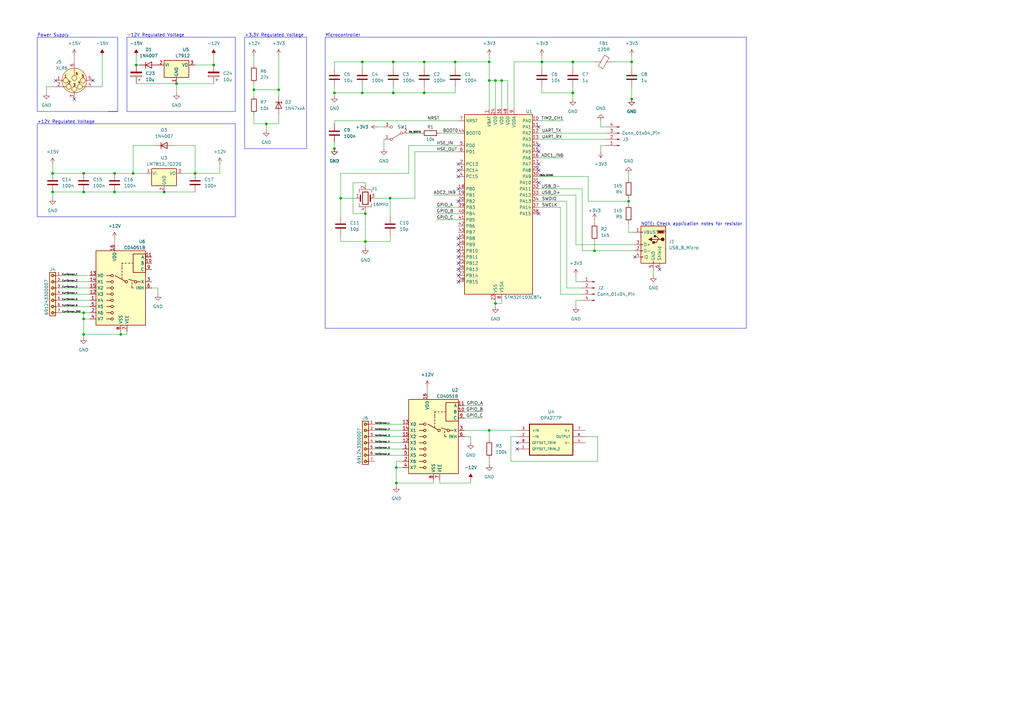
<source format=kicad_sch>
(kicad_sch (version 20230121) (generator eeschema)
  (paper "A3")
  (title_block (title "Senior Design") (date "2023-09-18") (company "Michael Mederos and Julio Barreto Tannoux"))
  (lib_symbols
    (symbol "691243300007:691243300007" (pin_names (offset 1.016))
      (property "Reference" "J" (at -9.96 -0.922 0))
      (property "Value" "691243300007" (at -9.91 -2.58 0))
      (symbol "691243300007_0_0"
        (pin passive line (at -7.62 -5.08 90) (length 2.54) (name "~") (number "1"))
        (pin passive line (at -5.08 -5.08 90) (length 2.54) (name "~") (number "2"))
        (pin passive line (at -2.54 -5.08 90) (length 2.54) (name "~") (number "3"))
        (pin passive line (at 0 -5.08 90) (length 2.54) (name "~") (number "4"))
        (pin passive line (at 2.54 -5.08 90) (length 2.54) (name "~") (number "5"))
        (pin passive line (at 5.08 -5.08 90) (length 2.54) (name "~") (number "6"))
        (pin passive line (at 7.62 -5.08 90) (length 2.54) (name "~") (number "7"))
      )
    )
    (symbol "Analog_Switch:CD4051B"
      (property "Reference" "U" (at -10.16 16.51 0))
      (property "Value" "CD4051B" (at 3.81 16.51 0))
      (symbol "CD4051B_1_1"
        (pin bidirectional line (at 12.7 -5.08 180) (length 2.54) (name "X4") (number "1"))
        (pin input line (at -12.7 10.16 0) (length 2.54) (name "B") (number "10"))
        (pin input line (at -12.7 12.7 0) (length 2.54) (name "A") (number "11"))
        (pin bidirectional line (at 12.7 -2.54 180) (length 2.54) (name "X3") (number "12"))
        (pin bidirectional line (at 12.7 5.08 180) (length 2.54) (name "X0") (number "13"))
        (pin bidirectional line (at 12.7 2.54 180) (length 2.54) (name "X1") (number "14"))
        (pin bidirectional line (at 12.7 0 180) (length 2.54) (name "X2") (number "15"))
        (pin power_in line (at 2.54 17.78 270) (length 2.54) (name "VDD") (number "16"))
        (pin bidirectional line (at 12.7 -10.16 180) (length 2.54) (name "X6") (number "2"))
        (pin bidirectional line (at -12.7 2.54 0) (length 2.54) (name "X") (number "3"))
        (pin bidirectional line (at 12.7 -12.7 180) (length 2.54) (name "X7") (number "4"))
        (pin bidirectional line (at 12.7 -7.62 180) (length 2.54) (name "X5") (number "5"))
        (pin input line (at -12.7 0 0) (length 2.54) (name "INH") (number "6"))
        (pin power_in line (at -2.54 -17.78 90) (length 2.54) (name "VEE") (number "7"))
        (pin power_in line (at 0 -17.78 90) (length 2.54) (name "VSS") (number "8"))
        (pin input line (at -12.7 7.62 0) (length 2.54) (name "C") (number "9"))
      )
    )
    (symbol "Connector:Conn_01x04_Pin" (pin_names (offset 1.016) hide)
      (property "Reference" "J" (at 0 5.08 0))
      (property "Value" "Conn_01x04_Pin" (at 0 -7.62 0))
      (symbol "Conn_01x04_Pin_1_1"
        (pin passive line (at 5.08 2.54 180) (length 3.81) (name "Pin_1") (number "1"))
        (pin passive line (at 5.08 0 180) (length 3.81) (name "Pin_2") (number "2"))
        (pin passive line (at 5.08 -2.54 180) (length 3.81) (name "Pin_3") (number "3"))
        (pin passive line (at 5.08 -5.08 180) (length 3.81) (name "Pin_4") (number "4"))
      )
    )
    (symbol "Connector:USB_B_Micro" (pin_names (offset 1.016))
      (property "Reference" "J" (at -5.08 11.43 0))
      (property "Value" "USB_B_Micro" (at -5.08 8.89 0))
      (symbol "USB_B_Micro_1_1"
        (pin power_out line (at 7.62 5.08 180) (length 2.54) (name "VBUS") (number "1"))
        (pin bidirectional line (at 7.62 -2.54 180) (length 2.54) (name "D-") (number "2"))
        (pin bidirectional line (at 7.62 0 180) (length 2.54) (name "D+") (number "3"))
        (pin passive line (at 7.62 -5.08 180) (length 2.54) (name "ID") (number "4"))
        (pin power_out line (at 0 -10.16 90) (length 2.54) (name "GND") (number "5"))
        (pin passive line (at -2.54 -10.16 90) (length 2.54) (name "Shield") (number "6"))
      )
    )
    (symbol "Connector_Audio:XLR6" (pin_names hide)
      (property "Reference" "J" (at 2.54 6.35 0))
      (property "Value" "XLR6" (at 5.08 -6.096 0))
      (symbol "XLR6_0_1"
        (text "1" (at -3.556 1.778 0) (effects (font (size 1.016 1.016) bold)))
        (text "2" (at -2.032 -0.762 0) (effects (font (size 1.016 1.016) bold)))
        (text "3" (at 0 -1.778 0) (effects (font (size 1.016 1.016) bold)))
        (text "4" (at 2.032 -0.762 0) (effects (font (size 1.016 1.016) bold)))
        (text "5" (at 3.556 1.778 0) (effects (font (size 1.016 1.016) bold)))
        (text "6" (at 1.016 2.794 0) (effects (font (size 1.016 1.016) bold)))
      )
      (symbol "XLR6_1_1"
        (pin passive line (at -7.62 0 0) (length 2.54) (name "P1") (number "1"))
        (pin passive line (at -7.62 -2.54 0) (length 2.54) (name "P2") (number "2"))
        (pin passive line (at 0 -7.62 90) (length 2.54) (name "P3") (number "3"))
        (pin passive line (at 7.62 -2.54 180) (length 2.54) (name "P3") (number "4"))
        (pin passive line (at 7.62 0 180) (length 2.54) (name "P5") (number "5"))
        (pin passive line (at 0 7.62 270) (length 2.54) (name "P6") (number "6"))
      )
    )
    (symbol "Device:C" (pin_numbers hide) (pin_names (offset 0.254))
      (property "Reference" "C" (at 0.635 2.54 0))
      (property "Value" "C" (at 0.635 -2.54 0))
      (symbol "C_1_1"
        (pin passive line (at 0 3.81 270) (length 2.794) (name "~") (number "1"))
        (pin passive line (at 0 -3.81 90) (length 2.794) (name "~") (number "2"))
      )
    )
    (symbol "Device:C_Polarized" (pin_numbers hide) (pin_names (offset 0.254))
      (property "Reference" "C" (at 0.635 2.54 0))
      (property "Value" "C_Polarized" (at 0.635 -2.54 0))
      (symbol "C_Polarized_1_1"
        (pin passive line (at 0 3.81 270) (length 2.794) (name "~") (number "1"))
        (pin passive line (at 0 -3.81 90) (length 2.794) (name "~") (number "2"))
      )
    )
    (symbol "Device:Crystal_GND24" (pin_names (offset 1.016) hide)
      (property "Reference" "Y" (at 3.175 5.08 0))
      (property "Value" "Crystal_GND24" (at 3.175 3.175 0))
      (symbol "Crystal_GND24_1_1"
        (pin passive line (at -3.81 0 0) (length 1.27) (name "1") (number "1"))
        (pin passive line (at 0 5.08 270) (length 1.27) (name "2") (number "2"))
        (pin passive line (at 3.81 0 180) (length 1.27) (name "3") (number "3"))
        (pin passive line (at 0 -5.08 90) (length 1.27) (name "4") (number "4"))
      )
    )
    (symbol "Device:FerriteBead" (pin_numbers hide) (pin_names (offset 0))
      (property "Reference" "FB" (at -3.81 0.635 90))
      (property "Value" "FerriteBead" (at 3.81 0 90))
      (symbol "FerriteBead_1_1"
        (pin passive line (at 0 3.81 270) (length 2.54) (name "~") (number "1"))
        (pin passive line (at 0 -3.81 90) (length 2.54) (name "~") (number "2"))
      )
    )
    (symbol "Device:R" (pin_numbers hide) (pin_names (offset 0))
      (property "Reference" "R" (at 2.032 0 90))
      (property "Value" "R" (at 0 0 90))
      (symbol "R_1_1"
        (pin passive line (at 0 3.81 270) (length 1.27) (name "~") (number "1"))
        (pin passive line (at 0 -3.81 90) (length 1.27) (name "~") (number "2"))
      )
    )
    (symbol "Diode:1N4007" (pin_numbers hide) (pin_names hide)
      (property "Reference" "D" (at 0 2.54 0))
      (property "Value" "1N4007" (at 0 -2.54 0))
      (symbol "1N4007_1_1"
        (pin passive line (at -3.81 0 0) (length 2.54) (name "K") (number "1"))
        (pin passive line (at 3.81 0 180) (length 2.54) (name "A") (number "2"))
      )
    )
    (symbol "Diode:1N47xxA" (pin_numbers hide) (pin_names hide)
      (property "Reference" "D" (at 0 2.54 0))
      (property "Value" "1N47xxA" (at 0 -2.54 0))
      (symbol "1N47xxA_1_1"
        (pin passive line (at -3.81 0 0) (length 2.54) (name "K") (number "1"))
        (pin passive line (at 3.81 0 180) (length 2.54) (name "A") (number "2"))
      )
    )
    (symbol "MCU_ST_STM32F1:STM32F103C8Tx"
      (property "Reference" "U" (at -12.7 39.37 0))
      (property "Value" "STM32F103C8Tx" (at 10.16 39.37 0))
      (symbol "STM32F103C8Tx_1_1"
        (pin power_in line (at -2.54 40.64 270) (length 2.54) (name "VBAT") (number "1"))
        (pin bidirectional line (at 17.78 35.56 180) (length 2.54) (name "PA0") (number "10"))
        (pin bidirectional line (at 17.78 33.02 180) (length 2.54) (name "PA1") (number "11"))
        (pin bidirectional line (at 17.78 30.48 180) (length 2.54) (name "PA2") (number "12"))
        (pin bidirectional line (at 17.78 27.94 180) (length 2.54) (name "PA3") (number "13"))
        (pin bidirectional line (at 17.78 25.4 180) (length 2.54) (name "PA4") (number "14"))
        (pin bidirectional line (at 17.78 22.86 180) (length 2.54) (name "PA5") (number "15"))
        (pin bidirectional line (at 17.78 20.32 180) (length 2.54) (name "PA6") (number "16"))
        (pin bidirectional line (at 17.78 17.78 180) (length 2.54) (name "PA7") (number "17"))
        (pin bidirectional line (at -15.24 7.62 0) (length 2.54) (name "PB0") (number "18"))
        (pin bidirectional line (at -15.24 5.08 0) (length 2.54) (name "PB1") (number "19"))
        (pin bidirectional line (at -15.24 17.78 0) (length 2.54) (name "PC13") (number "2"))
        (pin bidirectional line (at -15.24 2.54 0) (length 2.54) (name "PB2") (number "20"))
        (pin bidirectional line (at -15.24 -17.78 0) (length 2.54) (name "PB10") (number "21"))
        (pin bidirectional line (at -15.24 -20.32 0) (length 2.54) (name "PB11") (number "22"))
        (pin power_in line (at 0 -38.1 90) (length 2.54) (name "VSS") (number "23"))
        (pin power_in line (at 0 40.64 270) (length 2.54) (name "VDD") (number "24"))
        (pin bidirectional line (at -15.24 -22.86 0) (length 2.54) (name "PB12") (number "25"))
        (pin bidirectional line (at -15.24 -25.4 0) (length 2.54) (name "PB13") (number "26"))
        (pin bidirectional line (at -15.24 -27.94 0) (length 2.54) (name "PB14") (number "27"))
        (pin bidirectional line (at -15.24 -30.48 0) (length 2.54) (name "PB15") (number "28"))
        (pin bidirectional line (at 17.78 15.24 180) (length 2.54) (name "PA8") (number "29"))
        (pin bidirectional line (at -15.24 15.24 0) (length 2.54) (name "PC14") (number "3"))
        (pin bidirectional line (at 17.78 12.7 180) (length 2.54) (name "PA9") (number "30"))
        (pin bidirectional line (at 17.78 10.16 180) (length 2.54) (name "PA10") (number "31"))
        (pin bidirectional line (at 17.78 7.62 180) (length 2.54) (name "PA11") (number "32"))
        (pin bidirectional line (at 17.78 5.08 180) (length 2.54) (name "PA12") (number "33"))
        (pin bidirectional line (at 17.78 2.54 180) (length 2.54) (name "PA13") (number "34"))
        (pin passive line (at 0 -38.1 90) (length 2.54) hide (name "VSS") (number "35"))
        (pin power_in line (at 2.54 40.64 270) (length 2.54) (name "VDD") (number "36"))
        (pin bidirectional line (at 17.78 0 180) (length 2.54) (name "PA14") (number "37"))
        (pin bidirectional line (at 17.78 -2.54 180) (length 2.54) (name "PA15") (number "38"))
        (pin bidirectional line (at -15.24 0 0) (length 2.54) (name "PB3") (number "39"))
        (pin bidirectional line (at -15.24 12.7 0) (length 2.54) (name "PC15") (number "4"))
        (pin bidirectional line (at -15.24 -2.54 0) (length 2.54) (name "PB4") (number "40"))
        (pin bidirectional line (at -15.24 -5.08 0) (length 2.54) (name "PB5") (number "41"))
        (pin bidirectional line (at -15.24 -7.62 0) (length 2.54) (name "PB6") (number "42"))
        (pin bidirectional line (at -15.24 -10.16 0) (length 2.54) (name "PB7") (number "43"))
        (pin input line (at -15.24 30.48 0) (length 2.54) (name "BOOT0") (number "44"))
        (pin bidirectional line (at -15.24 -12.7 0) (length 2.54) (name "PB8") (number "45"))
        (pin bidirectional line (at -15.24 -15.24 0) (length 2.54) (name "PB9") (number "46"))
        (pin passive line (at 0 -38.1 90) (length 2.54) hide (name "VSS") (number "47"))
        (pin power_in line (at 5.08 40.64 270) (length 2.54) (name "VDD") (number "48"))
        (pin bidirectional line (at -15.24 25.4 0) (length 2.54) (name "PD0") (number "5"))
        (pin bidirectional line (at -15.24 22.86 0) (length 2.54) (name "PD1") (number "6"))
        (pin input line (at -15.24 35.56 0) (length 2.54) (name "NRST") (number "7"))
        (pin power_in line (at 2.54 -38.1 90) (length 2.54) (name "VSSA") (number "8"))
        (pin power_in line (at 7.62 40.64 270) (length 2.54) (name "VDDA") (number "9"))
      )
    )
    (symbol "OPA277P:OPA277P" (pin_names (offset 1.016))
      (property "Reference" "U" (at -17.78 16.24 0))
      (property "Value" "OPA277P" (at -8.89 16.51 0))
      (symbol "OPA277P_0_0"
        (pin bidirectional line (at -22.86 5.08 0) (length 5.08) (name "OFFSET_TRIM_2") (number "1"))
        (pin input line (at -22.86 10.16 0) (length 5.08) (name "-IN") (number "2"))
        (pin input line (at -22.86 12.7 0) (length 5.08) (name "+IN") (number "3"))
        (pin power_in line (at 5.08 7.62 180) (length 5.08) (name "V-") (number "4"))
        (pin output line (at 5.08 10.16 180) (length 5.08) (name "OUTPUT") (number "6"))
        (pin power_in line (at 5.08 12.7 180) (length 5.08) (name "V+") (number "7"))
        (pin bidirectional line (at -22.86 7.62 0) (length 5.08) (name "OFFSET_TRIM") (number "8"))
      )
    )
    (symbol "Regulator_Linear:L7912" (pin_names (offset 0.254))
      (property "Reference" "U" (at -3.81 -3.175 0))
      (property "Value" "L7912" (at 0 -3.175 0))
      (symbol "L7912_1_1"
        (pin power_in line (at 0 7.62 270) (length 2.54) (name "GND") (number "1"))
        (pin power_in line (at -7.62 0 0) (length 2.54) (name "VI") (number "2"))
        (pin power_out line (at 7.62 0 180) (length 2.54) (name "VO") (number "3"))
      )
    )
    (symbol "Regulator_Linear:LM7812_TO220" (pin_names (offset 0.254))
      (property "Reference" "U" (at -3.81 3.175 0))
      (property "Value" "LM7812_TO220" (at 0 3.175 0))
      (symbol "LM7812_TO220_1_1"
        (pin power_in line (at -7.62 0 0) (length 2.54) (name "VI") (number "1"))
        (pin power_in line (at 0 -7.62 90) (length 2.54) (name "GND") (number "2"))
        (pin power_out line (at 7.62 0 180) (length 2.54) (name "VO") (number "3"))
      )
    )
    (symbol "Switch:SW_SPDT" (pin_names (offset 0) hide)
      (property "Reference" "SW" (at 0 4.318 0))
      (property "Value" "SW_SPDT" (at 0 -5.08 0))
      (symbol "SW_SPDT_1_1"
        (pin passive line (at 5.08 2.54 180) (length 2.54) (name "A") (number "1"))
        (pin passive line (at -5.08 0 0) (length 2.54) (name "B") (number "2"))
        (pin passive line (at 5.08 -2.54 180) (length 2.54) (name "C") (number "3"))
      )
    )
    (symbol "power:+12V" (power) (pin_names (offset 0))
      (property "Value" "+12V" (at 0 3.556 0))
      (symbol "+12V_1_1"
        (pin power_in line (at 0 0 90) (length 0) hide (name "+12V") (number "1"))
      )
    )
    (symbol "power:+15V" (power) (pin_names (offset 0))
      (property "Value" "+15V" (at 0 3.556 0))
      (symbol "+15V_1_1"
        (pin power_in line (at 0 0 90) (length 0) hide (name "+15V") (number "1"))
      )
    )
    (symbol "power:+3V3" (power) (pin_names (offset 0))
      (property "Value" "+3V3" (at 0 3.556 0))
      (symbol "+3V3_1_1"
        (pin power_in line (at 0 0 90) (length 0) hide (name "+3V3") (number "1"))
      )
    )
    (symbol "power:-12V" (power) (pin_names (offset 0))
      (property "Value" "-12V" (at 0 3.81 0))
      (symbol "-12V_0_0"
        (pin power_in line (at 0 0 90) (length 0) hide (name "-12V") (number "1"))
      )
    )
    (symbol "power:-15V" (power) (pin_names (offset 0))
      (property "Value" "-15V" (at 0 3.81 0))
      (symbol "-15V_0_0"
        (pin power_in line (at 0 0 90) (length 0) hide (name "-15V") (number "1"))
      )
    )
    (symbol "power:GND" (power) (pin_names (offset 0))
      (property "Value" "GND" (at 0 -3.81 0))
      (symbol "GND_1_1"
        (pin power_in line (at 0 0 270) (length 0) hide (name "GND") (number "1"))
      )
    )
  )
  (junction (at 161.29 38.1))
  (junction (at 34.29 137.16))
  (junction (at 173.99 38.1))
  (junction (at 72.39 34.29))
  (junction (at 80.01 71.12))
  (junction (at 162.56 191.77))
  (junction (at 55.88 26.67))
  (junction (at 104.14 36.83))
  (junction (at 203.2 33.02))
  (junction (at 21.59 71.12))
  (junction (at 46.99 78.74))
  (junction (at 257.81 82.55))
  (junction (at 203.2 124.46))
  (junction (at 139.7 81.28))
  (junction (at 34.29 128.27))
  (junction (at 67.31 78.74))
  (junction (at 34.29 130.81))
  (junction (at 114.3 36.83))
  (junction (at 259.08 25.4))
  (junction (at 243.84 102.87))
  (junction (at 173.99 25.4))
  (junction (at 46.99 71.12))
  (junction (at 54.61 71.12))
  (junction (at 160.02 81.28))
  (junction (at 186.69 25.4))
  (junction (at 34.29 78.74))
  (junction (at 149.86 87.63))
  (junction (at 49.53 137.16))
  (junction (at 148.59 38.1))
  (junction (at 222.25 25.4))
  (junction (at 259.08 40.64))
  (junction (at 87.63 26.67))
  (junction (at 34.29 71.12))
  (junction (at 149.86 99.06))
  (junction (at 137.16 38.1))
  (junction (at 161.29 25.4))
  (junction (at 205.74 33.02))
  (junction (at 109.22 50.8))
  (junction (at 200.66 25.4))
  (junction (at 200.66 33.02))
  (junction (at 137.16 60.96))
  (junction (at 162.56 198.12))
  (junction (at 200.66 176.53))
  (junction (at 234.95 25.4))
  (junction (at 148.59 25.4))
  (junction (at 234.95 38.1))
  (junction (at 21.59 78.74))
  (no_connect (at 220.98 69.85))
  (no_connect (at 30.48 40.64))
  (no_connect (at 187.96 115.57))
  (no_connect (at 187.96 105.41))
  (no_connect (at 260.35 105.41))
  (no_connect (at 38.1 33.02))
  (no_connect (at 220.98 52.07))
  (no_connect (at 220.98 59.69))
  (no_connect (at 220.98 74.93))
  (no_connect (at 187.96 67.31))
  (no_connect (at 220.98 67.31))
  (no_connect (at 187.96 82.55))
  (no_connect (at 187.96 107.95))
  (no_connect (at 187.96 100.33))
  (no_connect (at 270.51 110.49))
  (no_connect (at 220.98 62.23))
  (no_connect (at 187.96 110.49))
  (no_connect (at 22.86 33.02))
  (no_connect (at 187.96 72.39))
  (no_connect (at 187.96 102.87))
  (no_connect (at 212.09 181.61))
  (no_connect (at 212.09 184.15))
  (no_connect (at 187.96 77.47))
  (no_connect (at 187.96 69.85))
  (no_connect (at 220.98 87.63))
  (no_connect (at 187.96 113.03))
  (no_connect (at 187.96 97.79))
  (wire (pts (xy 55.88 26.67) (xy 57.15 26.67)))
  (wire (pts (xy 160.02 81.28) (xy 170.18 81.28)))
  (wire (pts (xy 25.4 128.27) (xy 34.29 128.27)))
  (wire (pts (xy 55.88 34.29) (xy 72.39 34.29)))
  (wire (pts (xy 248.92 52.07) (xy 246.38 52.07)))
  (wire (pts (xy 162.56 198.12) (xy 162.56 199.39)))
  (wire (pts (xy 238.76 77.47) (xy 238.76 102.87)))
  (wire (pts (xy 153.67 179.07) (xy 165.1 179.07)))
  (wire (pts (xy 170.18 81.28) (xy 170.18 62.23)))
  (wire (pts (xy 153.67 186.69) (xy 165.1 186.69)))
  (wire (pts (xy 234.95 38.1) (xy 234.95 40.64)))
  (wire (pts (xy 67.31 78.74) (xy 80.01 78.74)))
  (wire (pts (xy 180.34 198.12) (xy 193.04 198.12)))
  (wire (pts (xy 21.59 78.74) (xy 34.29 78.74)))
  (wire (pts (xy 161.29 25.4) (xy 173.99 25.4)))
  (polyline (pts (xy 15.24 50.8) (xy 96.52 50.8)))
  (wire (pts (xy 144.78 87.63) (xy 144.78 74.93)))
  (wire (pts (xy 21.59 71.12) (xy 34.29 71.12)))
  (wire (pts (xy 149.86 101.6) (xy 149.86 99.06)))
  (wire (pts (xy 200.66 176.53) (xy 212.09 176.53)))
  (polyline (pts (xy 52.07 15.24) (xy 52.07 45.72)))
  (wire (pts (xy 34.29 78.74) (xy 46.99 78.74)))
  (wire (pts (xy 72.39 34.29) (xy 87.63 34.29)))
  (wire (pts (xy 46.99 97.79) (xy 46.99 100.33)))
  (wire (pts (xy 49.53 137.16) (xy 52.07 137.16)))
  (wire (pts (xy 236.22 100.33) (xy 260.35 100.33)))
  (wire (pts (xy 34.29 71.12) (xy 46.99 71.12)))
  (wire (pts (xy 137.16 27.94) (xy 137.16 25.4)))
  (wire (pts (xy 148.59 38.1) (xy 137.16 38.1)))
  (wire (pts (xy 179.07 90.17) (xy 187.96 90.17)))
  (wire (pts (xy 137.16 49.53) (xy 137.16 50.8)))
  (polyline (pts (xy 125.73 60.96) (xy 125.73 15.24)))
  (wire (pts (xy 222.25 22.86) (xy 222.25 25.4)))
  (wire (pts (xy 177.8 198.12) (xy 177.8 196.85)))
  (wire (pts (xy 220.98 49.53) (xy 231.14 49.53)))
  (wire (pts (xy 21.59 67.31) (xy 21.59 71.12)))
  (wire (pts (xy 245.11 179.07) (xy 240.03 179.07)))
  (wire (pts (xy 208.28 33.02) (xy 205.74 33.02)))
  (wire (pts (xy 173.99 35.56) (xy 173.99 38.1)))
  (wire (pts (xy 80.01 59.69) (xy 80.01 71.12)))
  (wire (pts (xy 251.46 25.4) (xy 259.08 25.4)))
  (wire (pts (xy 153.67 173.99) (xy 165.1 173.99)))
  (wire (pts (xy 170.18 62.23) (xy 187.96 62.23)))
  (wire (pts (xy 41.91 35.56) (xy 41.91 22.86)))
  (wire (pts (xy 38.1 35.56) (xy 41.91 35.56)))
  (wire (pts (xy 203.2 124.46) (xy 203.2 125.73)))
  (wire (pts (xy 241.3 72.39) (xy 241.3 82.55)))
  (wire (pts (xy 203.2 123.19) (xy 203.2 124.46)))
  (wire (pts (xy 220.98 80.01) (xy 236.22 80.01)))
  (wire (pts (xy 80.01 26.67) (xy 87.63 26.67)))
  (wire (pts (xy 238.76 77.47) (xy 220.98 77.47)))
  (wire (pts (xy 257.81 91.44) (xy 257.81 95.25)))
  (wire (pts (xy 179.07 87.63) (xy 187.96 87.63)))
  (wire (pts (xy 200.66 22.86) (xy 200.66 25.4)))
  (wire (pts (xy 200.66 190.5) (xy 200.66 187.96)))
  (wire (pts (xy 234.95 27.94) (xy 234.95 25.4)))
  (polyline (pts (xy 133.35 134.62) (xy 306.07 134.62)))
  (wire (pts (xy 257.81 81.28) (xy 257.81 82.55)))
  (wire (pts (xy 260.35 95.25) (xy 257.81 95.25)))
  (wire (pts (xy 74.93 71.12) (xy 80.01 71.12)))
  (wire (pts (xy 234.95 25.4) (xy 243.84 25.4)))
  (wire (pts (xy 34.29 137.16) (xy 34.29 138.43)))
  (wire (pts (xy 25.4 120.65) (xy 36.83 120.65)))
  (wire (pts (xy 238.76 102.87) (xy 243.84 102.87)))
  (wire (pts (xy 165.1 189.23) (xy 162.56 189.23)))
  (polyline (pts (xy 15.24 45.72) (xy 48.26 45.72)))
  (wire (pts (xy 137.16 58.42) (xy 137.16 60.96)))
  (wire (pts (xy 104.14 34.29) (xy 104.14 36.83)))
  (wire (pts (xy 193.04 179.07) (xy 193.04 181.61)))
  (wire (pts (xy 210.82 25.4) (xy 210.82 44.45)))
  (polyline (pts (xy 48.26 15.24) (xy 15.24 15.24)))
  (wire (pts (xy 25.4 115.57) (xy 36.83 115.57)))
  (wire (pts (xy 114.3 36.83) (xy 114.3 39.37)))
  (wire (pts (xy 149.86 74.93) (xy 149.86 76.2)))
  (wire (pts (xy 222.25 35.56) (xy 222.25 38.1)))
  (wire (pts (xy 149.86 87.63) (xy 144.78 87.63)))
  (wire (pts (xy 180.34 198.12) (xy 180.34 196.85)))
  (wire (pts (xy 139.7 81.28) (xy 139.7 71.12)))
  (wire (pts (xy 236.22 113.03) (xy 236.22 115.57)))
  (wire (pts (xy 109.22 50.8) (xy 114.3 50.8)))
  (wire (pts (xy 234.95 38.1) (xy 234.95 35.56)))
  (wire (pts (xy 205.74 123.19) (xy 205.74 124.46)))
  (wire (pts (xy 173.99 25.4) (xy 186.69 25.4)))
  (wire (pts (xy 153.67 81.28) (xy 160.02 81.28)))
  (wire (pts (xy 46.99 78.74) (xy 67.31 78.74)))
  (wire (pts (xy 114.3 46.99) (xy 114.3 50.8)))
  (wire (pts (xy 179.07 85.09) (xy 187.96 85.09)))
  (wire (pts (xy 257.81 82.55) (xy 257.81 83.82)))
  (wire (pts (xy 63.5 59.69) (xy 54.61 59.69)))
  (wire (pts (xy 246.38 52.07) (xy 246.38 49.53)))
  (wire (pts (xy 144.78 74.93) (xy 149.86 74.93)))
  (wire (pts (xy 190.5 179.07) (xy 193.04 179.07)))
  (wire (pts (xy 246.38 59.69) (xy 248.92 59.69)))
  (wire (pts (xy 162.56 191.77) (xy 162.56 198.12)))
  (wire (pts (xy 137.16 38.1) (xy 137.16 35.56)))
  (wire (pts (xy 165.1 191.77) (xy 162.56 191.77)))
  (wire (pts (xy 161.29 35.56) (xy 161.29 38.1)))
  (wire (pts (xy 208.28 33.02) (xy 208.28 44.45)))
  (wire (pts (xy 234.95 25.4) (xy 222.25 25.4)))
  (wire (pts (xy 190.5 176.53) (xy 200.66 176.53)))
  (wire (pts (xy 137.16 25.4) (xy 148.59 25.4)))
  (wire (pts (xy 19.05 35.56) (xy 19.05 38.1)))
  (wire (pts (xy 220.98 64.77) (xy 231.14 64.77)))
  (polyline (pts (xy 52.07 45.72) (xy 96.52 45.72)))
  (polyline (pts (xy 44.45 45.72) (xy 48.26 45.72)))
  (wire (pts (xy 245.11 189.23) (xy 245.11 179.07)))
  (wire (pts (xy 146.05 81.28) (xy 139.7 81.28)))
  (wire (pts (xy 200.66 33.02) (xy 200.66 44.45)))
  (wire (pts (xy 25.4 113.03) (xy 36.83 113.03)))
  (wire (pts (xy 200.66 180.34) (xy 200.66 176.53)))
  (wire (pts (xy 161.29 38.1) (xy 148.59 38.1)))
  (wire (pts (xy 167.64 71.12) (xy 167.64 59.69)))
  (wire (pts (xy 52.07 137.16) (xy 52.07 135.89)))
  (wire (pts (xy 64.77 118.11) (xy 64.77 120.65)))
  (wire (pts (xy 220.98 85.09) (xy 229.87 85.09)))
  (wire (pts (xy 34.29 130.81) (xy 34.29 137.16)))
  (wire (pts (xy 198.12 166.37) (xy 190.5 166.37)))
  (wire (pts (xy 62.23 118.11) (xy 64.77 118.11)))
  (wire (pts (xy 229.87 120.65) (xy 229.87 85.09)))
  (wire (pts (xy 54.61 71.12) (xy 59.69 71.12)))
  (wire (pts (xy 55.88 22.86) (xy 55.88 26.67)))
  (wire (pts (xy 161.29 25.4) (xy 161.29 27.94)))
  (polyline (pts (xy 48.26 15.24) (xy 48.26 45.72)))
  (wire (pts (xy 139.7 99.06) (xy 139.7 96.52)))
  (wire (pts (xy 148.59 25.4) (xy 148.59 27.94)))
  (wire (pts (xy 80.01 71.12) (xy 90.17 71.12)))
  (wire (pts (xy 186.69 25.4) (xy 200.66 25.4)))
  (wire (pts (xy 241.3 82.55) (xy 257.81 82.55)))
  (wire (pts (xy 104.14 22.86) (xy 104.14 26.67)))
  (wire (pts (xy 198.12 171.45) (xy 190.5 171.45)))
  (wire (pts (xy 205.74 124.46) (xy 203.2 124.46)))
  (wire (pts (xy 149.86 99.06) (xy 139.7 99.06)))
  (wire (pts (xy 220.98 82.55) (xy 232.41 82.55)))
  (wire (pts (xy 87.63 22.86) (xy 87.63 26.67)))
  (wire (pts (xy 205.74 33.02) (xy 203.2 33.02)))
  (wire (pts (xy 153.67 184.15) (xy 165.1 184.15)))
  (wire (pts (xy 220.98 57.15) (xy 248.92 57.15)))
  (wire (pts (xy 149.86 86.36) (xy 149.86 87.63)))
  (wire (pts (xy 71.12 59.69) (xy 80.01 59.69)))
  (wire (pts (xy 139.7 71.12) (xy 167.64 71.12)))
  (wire (pts (xy 160.02 81.28) (xy 160.02 88.9)))
  (wire (pts (xy 90.17 71.12) (xy 90.17 67.31)))
  (wire (pts (xy 200.66 25.4) (xy 200.66 33.02)))
  (wire (pts (xy 232.41 118.11) (xy 232.41 82.55)))
  (wire (pts (xy 36.83 130.81) (xy 34.29 130.81)))
  (wire (pts (xy 148.59 25.4) (xy 161.29 25.4)))
  (wire (pts (xy 22.86 35.56) (xy 19.05 35.56)))
  (wire (pts (xy 167.64 54.61) (xy 172.72 54.61)))
  (wire (pts (xy 205.74 33.02) (xy 205.74 44.45)))
  (wire (pts (xy 137.16 39.37) (xy 137.16 38.1)))
  (wire (pts (xy 30.48 22.86) (xy 30.48 25.4)))
  (wire (pts (xy 193.04 198.12) (xy 193.04 196.85)))
  (wire (pts (xy 238.76 118.11) (xy 232.41 118.11)))
  (wire (pts (xy 177.8 80.01) (xy 187.96 80.01)))
  (polyline (pts (xy 52.07 15.24) (xy 96.52 15.24)))
  (wire (pts (xy 104.14 36.83) (xy 114.3 36.83)))
  (wire (pts (xy 109.22 50.8) (xy 109.22 53.34)))
  (wire (pts (xy 154.94 52.07) (xy 157.48 52.07)))
  (wire (pts (xy 186.69 35.56) (xy 186.69 38.1)))
  (wire (pts (xy 267.97 110.49) (xy 267.97 113.03)))
  (polyline (pts (xy 133.35 15.24) (xy 306.07 15.24)))
  (polyline (pts (xy 133.35 15.24) (xy 133.35 134.62)))
  (wire (pts (xy 25.4 125.73) (xy 36.83 125.73)))
  (wire (pts (xy 220.98 72.39) (xy 241.3 72.39)))
  (polyline (pts (xy 15.24 50.8) (xy 15.24 88.9)))
  (wire (pts (xy 222.25 25.4) (xy 210.82 25.4)))
  (wire (pts (xy 238.76 123.19) (xy 236.22 123.19)))
  (wire (pts (xy 222.25 25.4) (xy 222.25 27.94)))
  (wire (pts (xy 36.83 128.27) (xy 34.29 128.27)))
  (wire (pts (xy 246.38 62.23) (xy 246.38 59.69)))
  (wire (pts (xy 160.02 96.52) (xy 160.02 99.06)))
  (wire (pts (xy 114.3 22.86) (xy 114.3 36.83)))
  (wire (pts (xy 149.86 99.06) (xy 160.02 99.06)))
  (wire (pts (xy 173.99 25.4) (xy 173.99 27.94)))
  (wire (pts (xy 21.59 78.74) (xy 21.59 81.28)))
  (wire (pts (xy 209.55 179.07) (xy 209.55 189.23)))
  (wire (pts (xy 186.69 38.1) (xy 173.99 38.1)))
  (wire (pts (xy 173.99 38.1) (xy 161.29 38.1)))
  (wire (pts (xy 153.67 176.53) (xy 165.1 176.53)))
  (wire (pts (xy 104.14 46.99) (xy 104.14 50.8)))
  (wire (pts (xy 167.64 59.69) (xy 187.96 59.69)))
  (wire (pts (xy 34.29 128.27) (xy 34.29 130.81)))
  (wire (pts (xy 200.66 33.02) (xy 203.2 33.02)))
  (wire (pts (xy 104.14 50.8) (xy 109.22 50.8)))
  (wire (pts (xy 209.55 189.23) (xy 245.11 189.23)))
  (wire (pts (xy 54.61 59.69) (xy 54.61 71.12)))
  (wire (pts (xy 49.53 137.16) (xy 49.53 135.89)))
  (wire (pts (xy 236.22 80.01) (xy 236.22 100.33)))
  (wire (pts (xy 259.08 22.86) (xy 259.08 25.4)))
  (polyline (pts (xy 100.33 15.24) (xy 125.73 15.24)))
  (wire (pts (xy 104.14 36.83) (xy 104.14 39.37)))
  (wire (pts (xy 236.22 123.19) (xy 236.22 125.73)))
  (wire (pts (xy 162.56 198.12) (xy 177.8 198.12)))
  (wire (pts (xy 25.4 118.11) (xy 36.83 118.11)))
  (wire (pts (xy 220.98 54.61) (xy 248.92 54.61)))
  (wire (pts (xy 238.76 120.65) (xy 229.87 120.65)))
  (wire (pts (xy 175.26 158.75) (xy 175.26 161.29)))
  (polyline (pts (xy 96.52 45.72) (xy 96.52 15.24)))
  (polyline (pts (xy 96.52 88.9) (xy 96.52 50.8)))
  (wire (pts (xy 236.22 115.57) (xy 238.76 115.57)))
  (wire (pts (xy 243.84 90.17) (xy 243.84 91.44)))
  (polyline (pts (xy 306.07 134.62) (xy 306.07 15.24)))
  (polyline (pts (xy 15.24 15.24) (xy 15.24 45.72)))
  (wire (pts (xy 180.34 54.61) (xy 187.96 54.61)))
  (wire (pts (xy 203.2 33.02) (xy 203.2 44.45)))
  (polyline (pts (xy 100.33 15.24) (xy 100.33 60.96)))
  (wire (pts (xy 198.12 168.91) (xy 190.5 168.91)))
  (wire (pts (xy 157.48 57.15) (xy 157.48 60.96)))
  (wire (pts (xy 162.56 189.23) (xy 162.56 191.77)))
  (wire (pts (xy 212.09 179.07) (xy 209.55 179.07)))
  (wire (pts (xy 243.84 102.87) (xy 260.35 102.87)))
  (wire (pts (xy 149.86 87.63) (xy 149.86 99.06)))
  (wire (pts (xy 139.7 81.28) (xy 139.7 88.9)))
  (wire (pts (xy 259.08 25.4) (xy 259.08 27.94)))
  (wire (pts (xy 257.81 73.66) (xy 257.81 71.12)))
  (polyline (pts (xy 15.24 88.9) (xy 96.52 88.9)))
  (wire (pts (xy 153.67 181.61) (xy 165.1 181.61)))
  (wire (pts (xy 46.99 71.12) (xy 54.61 71.12)))
  (polyline (pts (xy 100.33 60.96) (xy 125.73 60.96)))
  (wire (pts (xy 72.39 34.29) (xy 72.39 38.1)))
  (wire (pts (xy 222.25 38.1) (xy 234.95 38.1)))
  (wire (pts (xy 25.4 123.19) (xy 36.83 123.19)))
  (wire (pts (xy 186.69 27.94) (xy 186.69 25.4)))
  (wire (pts (xy 34.29 137.16) (xy 49.53 137.16)))
  (wire (pts (xy 148.59 35.56) (xy 148.59 38.1)))
  (wire (pts (xy 243.84 99.06) (xy 243.84 102.87)))
  (wire (pts (xy 187.96 49.53) (xy 137.16 49.53)))
  (wire (pts (xy 259.08 35.56) (xy 259.08 40.64)))
  (text "Power Supply\n" (at 15.24 15.24 0) (effects (font (size 1.27 1.27)) (justify left bottom)))
  (text "-12V Regulated Voltage\n" (at 52.07 15.24 0) (effects (font (size 1.27 1.27)) (justify left bottom)))
  (text "Microcontroller" (at 133.35 15.24 0) (effects (font (size 1.27 1.27)) (justify left bottom)))
  (text "+3.3V Regulated Voltage\n" (at 100.33 15.24 0) (effects (font (size 1.27 1.27)) (justify left bottom)))
  (text "+12V Regulated Voltage" (at 15.24 50.8 0) (effects (font (size 1.27 1.27)) (justify left bottom)))
  (text "NOTE: Check application notes for resistor" (at 262.89 92.71 0) (effects (font (size 1.27 1.27)) (justify left bottom)))
  (label "SW_BOOT0" (at 167.64 54.61 0) (effects (font (size 0.63 0.63))))
  (label "HSE_OUT" (at 179.07 62.23 0))
  (label "SWDIO" (at 222.25 82.55 0))
  (label "USB_D+" (at 229.87 80.01 180))
  (label "CurrSensor_6" (at 25.4 125.73 0) (effects (font (size 0.63 0.63))))
  (label "VoltSensor_2" (at 153.67 176.53 0) (effects (font (size 0.63 0.63))))
  (label "GPIO_C" (at 179.07 90.17 0))
  (label "CurrSensor_1" (at 25.4 113.03 0) (effects (font (size 0.63 0.63))))
  (label "TIM2_CH1" (at 231.14 49.53 180))
  (label "VoltSensor_5" (at 153.67 184.15 0) (effects (font (size 0.63 0.63))))
  (label "GPIO_C" (at 198.12 171.45 180))
  (label "NRST" (at 175.26 49.53 0))
  (label "GPIO_A" (at 198.12 166.37 180))
  (label "BOOT0" (at 181.61 54.61 0))
  (label "CurrSensor_3" (at 25.4 118.11 0) (effects (font (size 0.63 0.63))))
  (label "CurrSensor_4" (at 25.4 120.65 0) (effects (font (size 0.63 0.63))))
  (label "CurrSensor_GND" (at 25.4 128.27 0) (effects (font (size 0.63 0.63))))
  (label "ADC2_IN9" (at 177.8 80.01 0))
  (label "ADC1_IN6" (at 231.14 64.77 180))
  (label "VoltSensor_6" (at 153.67 186.69 0) (effects (font (size 0.63 0.63))))
  (label "VoltSensor_3" (at 153.67 179.07 0) (effects (font (size 0.63 0.63))))
  (label "UART_TX" (at 222.25 54.61 0))
  (label "CurrSensor_5" (at 25.4 123.19 0) (effects (font (size 0.63 0.63))))
  (label "UART_RX" (at 222.25 57.15 0))
  (label "GPIO_B" (at 198.12 168.91 180))
  (label "VoltSensor_1" (at 153.67 173.99 0) (effects (font (size 0.63 0.63))))
  (label "USB_D-" (at 229.87 77.47 180))
  (label "GPIO_B" (at 179.07 87.63 0))
  (label "HSE_IN" (at 179.07 59.69 0))
  (label "SWCLK" (at 222.25 85.09 0))
  (label "GPIO_A" (at 179.07 85.09 0))
  (label "VBUS_SENSE" (at 220.98 72.39 0) (effects (font (size 0.63 0.63))))
  (label "VoltSensor_4" (at 153.67 181.61 0) (effects (font (size 0.63 0.63))))
  (label "CurrSensor_2" (at 25.4 115.57 0) (effects (font (size 0.63 0.63))))
  (symbol (lib_id "Diode:1N4007") (at 67.31 59.69 0) (unit 1)
    (property "Reference" "D3" (at 67.31 53.34 0))
    (property "Value" "1N4007" (at 67.31 55.88 0))
    (property "Footprint" "Diode_THT:D_DO-41_SOD81_P10.16mm_Horizontal" (effects hide))
    (property "Datasheet" "http://www.vishay.com/docs/88503/1n4001.pdf" (effects hide))
    (property "Sim.Device" "D" (effects hide))
    (property "Sim.Pins" "1=K 2=A" (effects hide))
  )
  (symbol (lib_id "Connector:Conn_01x04_Pin") (at 243.84 118.11 0) (mirror y) (unit 1)
    (property "Reference" "J2" (at 246.38 118.11 0))
    (property "Value" "Conn_01x04_Pin" (at 252.73 120.65 0))
  )
  (symbol (lib_id "power:GND") (at 137.16 60.96 0) (unit 1)
    (property "Reference" "#PWR08" (effects hide))
    (property "Value" "GND" (at 137.16 66.04 0))
  )
  (symbol (lib_id "Device:C") (at 137.16 54.61 0) (unit 1)
    (property "Reference" "C9" (at 140.97 53.34 0) (effects (justify left)))
    (property "Value" "100n" (at 140.97 55.88 0) (effects (justify left)))
  )
  (symbol (lib_id "power:GND") (at 267.97 113.03 0) (unit 1)
    (property "Reference" "#PWR014" (effects hide))
    (property "Value" "GND" (at 267.97 118.11 0))
  )
  (symbol (lib_id "power:GND") (at 162.56 199.39 0) (unit 1)
    (property "Reference" "#PWR019" (effects hide))
    (property "Value" "GND" (at 162.56 204.47 0))
  )
  (symbol (lib_id "power:+3V3") (at 246.38 62.23 0) (mirror x) (unit 1)
    (property "Reference" "#PWR022" (effects hide))
    (property "Value" "+3V3" (at 246.38 67.31 0))
  )
  (symbol (lib_id "Connector:USB_B_Micro") (at 267.97 100.33 0) (mirror y) (unit 1)
    (property "Reference" "J1" (at 274.32 99.06 0) (effects (justify right)))
    (property "Value" "USB_B_Micro" (at 274.32 101.6 0) (effects (justify right)))
  )
  (symbol (lib_id "Device:R") (at 176.53 54.61 90) (unit 1)
    (property "Reference" "R1" (at 176.53 52.07 90))
    (property "Value" "10k" (at 176.53 57.15 90))
  )
  (symbol (lib_id "power:+3V3") (at 114.3 22.86 0) (unit 1)
    (property "Reference" "#PWR038" (effects hide))
    (property "Value" "+3V3" (at 114.3 17.78 0))
  )
  (symbol (lib_id "Device:C_Polarized") (at 87.63 30.48 180) (unit 1)
    (property "Reference" "C24" (at 91.44 30.099 0) (effects (justify right)))
    (property "Value" "10u" (at 91.44 32.639 0) (effects (justify right)))
  )
  (symbol (lib_id "power:+12V") (at 90.17 67.31 0) (unit 1)
    (property "Reference" "#PWR024" (effects hide))
    (property "Value" "+12V" (at 90.17 62.23 0))
  )
  (symbol (lib_id "OPA277P:OPA277P") (at 234.95 189.23 0) (unit 1)
    (property "Reference" "U4" (at 226.06 168.91 0))
    (property "Value" "OPA277P" (at 226.06 171.45 0))
    (property "Footprint" "OPA277P:DIP794W45P254L959H508Q8" (effects hide))
    (property "MF" "Texas Instruments" (effects hide))
    (property "Description" "\nDual, 36-V, 10&micro;V offset, 0.1&micro;V/˚C drift, bipolar, operational amplifier\n" (effects hide))
    (property "Package" "PDIP-8 Texas" (effects hide))
    (property "Price" "None" (effects hide))
    (property "SnapEDA_Link" "https://www.snapeda.com/parts/OPA277P/Texas+Instruments/view-part/?ref=snap" (effects hide))
    (property "MP" "OPA277P" (effects hide))
    (property "Purchase-URL" "https://www.snapeda.com/api/url_track_click_mouser/?unipart_id=1237537&manufacturer=Texas Instruments&part_name=OPA277P&search_term=opa277" (effects hide))
    (property "Availability" "In Stock" (effects hide))
    (property "Check_prices" "https://www.snapeda.com/parts/OPA277P/Texas+Instruments/view-part/?ref=eda" (effects hide))
  )
  (symbol (lib_id "power:-12V") (at 193.04 196.85 0) (unit 1)
    (property "Reference" "#PWR027" (effects hide))
    (property "Value" "-12V" (at 193.04 191.77 0))
  )
  (symbol (lib_id "power:+3V3") (at 259.08 22.86 0) (unit 1)
    (property "Reference" "#PWR05" (effects hide))
    (property "Value" "+3V3" (at 259.08 17.78 0))
  )
  (symbol (lib_id "Connector:Conn_01x04_Pin") (at 254 57.15 180) (unit 1)
    (property "Reference" "J3" (at 256.54 57.15 0))
    (property "Value" "Conn_01x04_Pin" (at 262.89 54.61 0))
  )
  (symbol (lib_id "Device:C") (at 161.29 31.75 0) (unit 1)
    (property "Reference" "C3" (at 165.1 30.48 0) (effects (justify left)))
    (property "Value" "100n" (at 165.1 33.02 0) (effects (justify left)))
  )
  (symbol (lib_id "power:GND") (at 257.81 71.12 180) (unit 1)
    (property "Reference" "#PWR015" (effects hide))
    (property "Value" "GND" (at 257.81 66.04 0))
  )
  (symbol (lib_id "Device:R") (at 104.14 30.48 0) (unit 1)
    (property "Reference" "R6" (at 106.68 29.21 0) (effects (justify left)))
    (property "Value" "27k" (at 106.68 31.75 0) (effects (justify left)))
  )
  (symbol (lib_id "power:GND") (at 236.22 125.73 0) (unit 1)
    (property "Reference" "#PWR018" (effects hide))
    (property "Value" "GND" (at 236.22 130.81 0))
  )
  (symbol (lib_id "Device:C") (at 234.95 31.75 0) (unit 1)
    (property "Reference" "C7" (at 238.76 30.48 0) (effects (justify left)))
    (property "Value" "1u" (at 238.76 33.02 0) (effects (justify left)))
  )
  (symbol (lib_id "Device:C") (at 186.69 31.75 0) (unit 1)
    (property "Reference" "C1" (at 190.5 30.48 0) (effects (justify left)))
    (property "Value" "100n" (at 190.5 33.02 0) (effects (justify left)))
  )
  (symbol (lib_id "power:+3V3") (at 243.84 90.17 0) (unit 1)
    (property "Reference" "#PWR016" (effects hide))
    (property "Value" "+3V3" (at 243.84 86.36 0))
  )
  (symbol (lib_id "Device:R") (at 104.14 43.18 0) (unit 1)
    (property "Reference" "R7" (at 106.68 41.91 0) (effects (justify left)))
    (property "Value" "10k" (at 106.68 44.45 0) (effects (justify left)))
  )
  (symbol (lib_id "Device:C_Polarized") (at 55.88 30.48 180) (unit 1)
    (property "Reference" "C23" (at 59.69 30.099 0) (effects (justify right)))
    (property "Value" "10u" (at 59.69 32.639 0) (effects (justify right)))
  )
  (symbol (lib_id "power:GND") (at 34.29 138.43 0) (unit 1)
    (property "Reference" "#PWR039" (effects hide))
    (property "Value" "GND" (at 34.29 143.51 0))
  )
  (symbol (lib_id "Device:R") (at 243.84 95.25 0) (unit 1)
    (property "Reference" "R2" (at 246.38 93.98 0) (effects (justify left)))
    (property "Value" "1k5" (at 246.38 96.52 0) (effects (justify left)))
  )
  (symbol (lib_id "power:GND") (at 21.59 81.28 0) (unit 1)
    (property "Reference" "#PWR025" (effects hide))
    (property "Value" "GND" (at 21.59 86.36 0))
  )
  (symbol (lib_id "power:+3V3") (at 236.22 113.03 0) (unit 1)
    (property "Reference" "#PWR017" (effects hide))
    (property "Value" "+3V3" (at 236.22 107.95 0))
  )
  (symbol (lib_id "power:+12V") (at 175.26 158.75 0) (unit 1)
    (property "Reference" "#PWR021" (effects hide))
    (property "Value" "+12V" (at 175.26 153.67 0))
  )
  (symbol (lib_id "power:GND") (at 246.38 49.53 0) (mirror x) (unit 1)
    (property "Reference" "#PWR023" (effects hide))
    (property "Value" "GND" (at 246.38 44.45 0))
  )
  (symbol (lib_id "power:GND") (at 193.04 181.61 0) (unit 1)
    (property "Reference" "#PWR026" (effects hide))
    (property "Value" "GND" (at 193.04 186.69 0))
  )
  (symbol (lib_id "Device:C") (at 46.99 74.93 0) (unit 1)
    (property "Reference" "C16" (at 50.8 73.66 0) (effects (justify left)))
    (property "Value" "100n" (at 50.8 76.2 0) (effects (justify left)))
  )
  (symbol (lib_id "Device:C") (at 139.7 92.71 0) (unit 1)
    (property "Reference" "C11" (at 143.51 91.44 0) (effects (justify left)))
    (property "Value" "10p" (at 143.51 93.98 0) (effects (justify left)))
  )
  (symbol (lib_id "power:+12V") (at 46.99 97.79 0) (unit 1)
    (property "Reference" "#PWR042" (effects hide))
    (property "Value" "+12V" (at 46.99 92.71 0))
  )
  (symbol (lib_id "Device:C") (at 21.59 74.93 0) (unit 1)
    (property "Reference" "C14" (at 25.4 73.66 0) (effects (justify left)))
    (property "Value" "100n" (at 25.4 76.2 0) (effects (justify left)))
  )
  (symbol (lib_id "power:GND") (at 157.48 60.96 0) (unit 1)
    (property "Reference" "#PWR09" (effects hide))
    (property "Value" "GND" (at 157.48 66.04 0))
  )
  (symbol (lib_id "Device:C") (at 34.29 74.93 0) (unit 1)
    (property "Reference" "C15" (at 38.1 73.66 0) (effects (justify left)))
    (property "Value" "100n" (at 38.1 76.2 0) (effects (justify left)))
  )
  (symbol (lib_id "power:GND") (at 200.66 190.5 0) (unit 1)
    (property "Reference" "#PWR028" (effects hide))
    (property "Value" "GND" (at 200.66 195.58 0))
  )
  (symbol (lib_id "power:GND") (at 109.22 53.34 0) (unit 1)
    (property "Reference" "#PWR037" (effects hide))
    (property "Value" "GND" (at 109.22 58.42 0))
  )
  (symbol (lib_id "power:+12V") (at 104.14 22.86 0) (unit 1)
    (property "Reference" "#PWR036" (effects hide))
    (property "Value" "+12V" (at 104.14 17.78 0))
  )
  (symbol (lib_id "power:GND") (at 149.86 101.6 0) (unit 1)
    (property "Reference" "#PWR012" (effects hide))
    (property "Value" "GND" (at 149.86 106.68 0))
  )
  (symbol (lib_id "Device:FerriteBead") (at 247.65 25.4 90) (unit 1)
    (property "Reference" "FB1" (at 247.5992 17.78 90))
    (property "Value" "120R" (at 247.5992 20.32 90))
  )
  (symbol (lib_id "power:GND") (at 137.16 60.96 0) (unit 1)
    (property "Reference" "#PWR011" (effects hide))
    (property "Value" "GND" (at 137.16 66.04 0))
  )
  (symbol (lib_id "Device:C") (at 259.08 31.75 0) (unit 1)
    (property "Reference" "C8" (at 262.89 30.48 0) (effects (justify left)))
    (property "Value" "1u" (at 262.89 33.02 0) (effects (justify left)))
  )
  (symbol (lib_id "power:GND") (at 137.16 39.37 0) (unit 1)
    (property "Reference" "#PWR03" (effects hide))
    (property "Value" "GND" (at 137.16 44.45 0))
  )
  (symbol (lib_id "Regulator_Linear:L7912") (at 72.39 26.67 0) (mirror x) (unit 1)
    (property "Reference" "U5" (at 76.2 20.32 0))
    (property "Value" "L7912" (at 74.93 22.86 0))
    (property "Datasheet" "http://www.st.com/content/ccc/resource/technical/document/datasheet/c9/16/86/41/c7/2b/45/f2/CD00000450.pdf/files/CD00000450.pdf/jcr:content/translations/en.CD00000450.pdf" (effects hide))
  )
  (symbol (lib_id "power:GND") (at 72.39 38.1 0) (unit 1)
    (property "Reference" "#PWR035" (effects hide))
    (property "Value" "GND" (at 72.39 43.18 0))
  )
  (symbol (lib_id "power:GND") (at 234.95 40.64 0) (unit 1)
    (property "Reference" "#PWR06" (effects hide))
    (property "Value" "GND" (at 234.95 45.72 0))
  )
  (symbol (lib_id "power:GND") (at 64.77 120.65 0) (unit 1)
    (property "Reference" "#PWR040" (effects hide))
    (property "Value" "GND" (at 64.77 125.73 0))
  )
  (symbol (lib_id "power:-15V") (at 55.88 22.86 0) (unit 1)
    (property "Reference" "#PWR034" (effects hide))
    (property "Value" "-15V" (at 55.88 17.78 0))
  )
  (symbol (lib_id "Analog_Switch:CD4051B") (at 49.53 118.11 0) (mirror y) (unit 1)
    (property "Reference" "U6" (at 59.69 99.06 0) (effects (justify left)))
    (property "Value" "CD4051B" (at 59.69 101.6 0) (effects (justify left)))
    (property "Datasheet" "http://www.ti.com/lit/ds/symlink/cd4052b.pdf" (effects hide))
  )
  (symbol (lib_id "Device:C") (at 160.02 92.71 0) (unit 1)
    (property "Reference" "C10" (at 163.83 91.44 0) (effects (justify left)))
    (property "Value" "10p" (at 163.83 93.98 0) (effects (justify left)))
  )
  (symbol (lib_id "Switch:SW_SPDT") (at 162.56 54.61 180) (unit 1)
    (property "Reference" "SW1" (at 165.1 52.07 0))
    (property "Value" "SW_SPDT" (effects hide))
  )
  (symbol (lib_id "Device:C") (at 222.25 31.75 0) (unit 1)
    (property "Reference" "C6" (at 226.06 30.48 0) (effects (justify left)))
    (property "Value" "10n" (at 226.06 33.02 0) (effects (justify left)))
  )
  (symbol (lib_id "power:+15V") (at 30.48 22.86 0) (unit 1)
    (property "Reference" "#PWR030" (effects hide))
    (property "Value" "+15V" (at 30.48 17.78 0))
  )
  (symbol (lib_id "691243300007:691243300007") (at 148.59 181.61 90) (mirror x) (unit 1)
    (property "Reference" "J6" (at 149.86 171.45 90))
    (property "Value" "691243300007" (at 147.32 182.88 0))
    (property "Footprint" "691243300007:691243300007" (effects hide))
    (property "WIRE" "30 to 16 (AWG) 0.05 to 1.31 (mm²)" (effects hide))
    (property "Description" "\n3.81 MM TERMINAL BLOCK, VERTICAL\n" (effects hide))
    (property "Package" "None" (effects hide))
    (property "Purchase-URL" "https://www.snapeda.com/api/url_track_click_mouser/?unipart_id=11821232&manufacturer=Würth Elektronik&part_name=691243300007&search_term=7 pin wire to board" (effects hide))
    (property "MOUNT" "THT" (effects hide))
    (property "IR-VDE" "10A" (effects hide))
    (property "IR-UL" "10A" (effects hide))
    (property "SnapEDA_Link" "https://www.snapeda.com/parts/691243300007/Wurth+Electronics+Inc./view-part/?ref=snap" (effects hide))
    (property "Availability" "In Stock" (effects hide))
    (property "WORKING-VOLTAGE-UL" "300V (AC)" (effects hide))
    (property "PINS" "7" (effects hide))
    (property "MF" "Würth Elektronik" (effects hide))
    (property "DATASHEET-URL" "https://www.we-online.com/catalog/datasheet/691243300007.pdf" (effects hide))
    (property "MP" "691243300007" (effects hide))
    (property "PITCH" "3.81mm" (effects hide))
    (property "PART-NUMBER" "691243300007" (effects hide))
    (property "WORKING-VOLTAGE-VDE" "130V (AC)" (effects hide))
    (property "TYPE" "Vertical" (effects hide))
    (property "Price" "None" (effects hide))
    (property "Check_prices" "https://www.snapeda.com/parts/691243300007/Wurth+Electronics+Inc./view-part/?ref=eda" (effects hide))
  )
  (symbol (lib_id "power:GND") (at 259.08 40.64 0) (unit 1)
    (property "Reference" "#PWR07" (effects hide))
    (property "Value" "GND" (at 259.08 45.72 0))
  )
  (symbol (lib_id "Device:C") (at 148.59 31.75 0) (unit 1)
    (property "Reference" "C4" (at 152.4 30.48 0) (effects (justify left)))
    (property "Value" "100n" (at 152.4 33.02 0) (effects (justify left)))
  )
  (symbol (lib_id "power:+3V3") (at 154.94 52.07 90) (unit 1)
    (property "Reference" "#PWR010" (effects hide))
    (property "Value" "+3V3" (at 151.13 52.07 90) (effects (justify left)))
  )
  (symbol (lib_id "power:GND") (at 19.05 38.1 0) (unit 1)
    (property "Reference" "#PWR020" (effects hide))
    (property "Value" "GND" (at 19.05 43.18 0))
  )
  (symbol (lib_id "power:-15V") (at 41.91 22.86 0) (unit 1)
    (property "Reference" "#PWR031" (effects hide))
    (property "Value" "-15V" (at 41.91 17.78 0))
  )
  (symbol (lib_id "Device:R") (at 200.66 184.15 0) (unit 1)
    (property "Reference" "R3" (at 203.2 182.88 0) (effects (justify left)))
    (property "Value" "100k" (at 203.2 185.42 0) (effects (justify left)))
  )
  (symbol (lib_id "Device:C") (at 80.01 74.93 0) (unit 1)
    (property "Reference" "C17" (at 83.82 73.66 0) (effects (justify left)))
    (property "Value" "100n" (at 83.82 76.2 0) (effects (justify left)))
  )
  (symbol (lib_id "power:+3V3") (at 200.66 22.86 0) (unit 1)
    (property "Reference" "#PWR02" (effects hide))
    (property "Value" "+3V3" (at 200.66 17.78 0))
  )
  (symbol (lib_id "power:+3V3") (at 222.25 22.86 0) (unit 1)
    (property "Reference" "#PWR04" (effects hide))
    (property "Value" "+3V3" (at 222.25 17.78 0))
  )
  (symbol (lib_id "power:GND") (at 259.08 40.64 0) (unit 1)
    (property "Reference" "#PWR013" (effects hide))
    (property "Value" "GND" (at 259.08 45.72 0))
  )
  (symbol (lib_id "Regulator_Linear:LM7812_TO220") (at 67.31 71.12 0) (unit 1)
    (property "Reference" "U3" (at 67.31 64.77 0))
    (property "Value" "LM7812_TO220" (at 67.31 67.31 0))
    (property "Footprint" "Package_TO_SOT_THT:TO-220-3_Vertical" (effects hide))
    (property "Datasheet" "https://www.onsemi.cn/PowerSolutions/document/MC7800-D.PDF" (effects hide))
  )
  (symbol (lib_id "691243300007:691243300007") (at 20.32 120.65 90) (mirror x) (unit 1)
    (property "Reference" "J4" (at 21.59 110.49 90))
    (property "Value" "691243300007" (at 19.05 121.92 0))
    (property "Footprint" "691243300007:691243300007" (effects hide))
    (property "WIRE" "30 to 16 (AWG) 0.05 to 1.31 (mm²)" (effects hide))
    (property "Description" "\n3.81 MM TERMINAL BLOCK, VERTICAL\n" (effects hide))
    (property "Package" "None" (effects hide))
    (property "Purchase-URL" "https://www.snapeda.com/api/url_track_click_mouser/?unipart_id=11821232&manufacturer=Würth Elektronik&part_name=691243300007&search_term=7 pin wire to board" (effects hide))
    (property "MOUNT" "THT" (effects hide))
    (property "IR-VDE" "10A" (effects hide))
    (property "IR-UL" "10A" (effects hide))
    (property "SnapEDA_Link" "https://www.snapeda.com/parts/691243300007/Wurth+Electronics+Inc./view-part/?ref=snap" (effects hide))
    (property "Availability" "In Stock" (effects hide))
    (property "WORKING-VOLTAGE-UL" "300V (AC)" (effects hide))
    (property "PINS" "7" (effects hide))
    (property "MF" "Würth Elektronik" (effects hide))
    (property "DATASHEET-URL" "https://www.we-online.com/catalog/datasheet/691243300007.pdf" (effects hide))
    (property "MP" "691243300007" (effects hide))
    (property "PITCH" "3.81mm" (effects hide))
    (property "PART-NUMBER" "691243300007" (effects hide))
    (property "WORKING-VOLTAGE-VDE" "130V (AC)" (effects hide))
    (property "TYPE" "Vertical" (effects hide))
    (property "Price" "None" (effects hide))
    (property "Check_prices" "https://www.snapeda.com/parts/691243300007/Wurth+Electronics+Inc./view-part/?ref=eda" (effects hide))
  )
  (symbol (lib_id "Analog_Switch:CD4051B") (at 177.8 179.07 0) (mirror y) (unit 1)
    (property "Reference" "U2" (at 187.96 160.02 0) (effects (justify left)))
    (property "Value" "CD4051B" (at 187.96 162.56 0) (effects (justify left)))
    (property "Datasheet" "http://www.ti.com/lit/ds/symlink/cd4052b.pdf" (effects hide))
  )
  (symbol (lib_id "Diode:1N4007") (at 60.96 26.67 0) (unit 1)
    (property "Reference" "D1" (at 60.96 20.32 0))
    (property "Value" "1N4007" (at 60.96 22.86 0))
    (property "Footprint" "Diode_THT:D_DO-41_SOD81_P10.16mm_Horizontal" (effects hide))
    (property "Datasheet" "http://www.vishay.com/docs/88503/1n4001.pdf" (effects hide))
    (property "Sim.Device" "D" (effects hide))
    (property "Sim.Pins" "1=K 2=A" (effects hide))
  )
  (symbol (lib_id "MCU_ST_STM32F1:STM32F103C8Tx") (at 203.2 85.09 0) (unit 1)
    (property "Reference" "U1" (at 218.44 45.72 0) (effects (justify right)))
    (property "Value" "STM32F103C8Tx" (at 222.25 121.92 0) (effects (justify right)))
    (property "Footprint" "Package_QFP:LQFP-48_7x7mm_P0.5mm" (effects hide))
    (property "Datasheet" "https://www.st.com/resource/en/datasheet/stm32f103c8.pdf" (effects hide))
  )
  (symbol (lib_id "power:-12V") (at 87.63 22.86 0) (unit 1)
    (property "Reference" "#PWR033" (effects hide))
    (property "Value" "-12V" (at 87.63 17.78 0))
  )
  (symbol (lib_id "Diode:1N47xxA") (at 114.3 43.18 270) (unit 1)
    (property "Reference" "D2" (at 116.84 41.91 90) (effects (justify left)))
    (property "Value" "1N47xxA" (at 116.84 44.45 90) (effects (justify left)))
    (property "Footprint" "Diode_THT:D_DO-41_SOD81_P10.16mm_Horizontal" (effects hide))
    (property "Datasheet" "https://www.vishay.com/docs/85816/1n4728a.pdf" (effects hide))
  )
  (symbol (lib_id "Device:R") (at 257.81 77.47 180) (unit 1)
    (property "Reference" "R4" (at 255.27 78.74 0) (effects (justify left)))
    (property "Value" "1k5" (at 255.27 76.2 0) (effects (justify left)))
  )
  (symbol (lib_id "Device:C") (at 173.99 31.75 0) (unit 1)
    (property "Reference" "C2" (at 177.8 30.48 0) (effects (justify left)))
    (property "Value" "100n" (at 177.8 33.02 0) (effects (justify left)))
  )
  (symbol (lib_id "Device:Crystal_GND24") (at 149.86 81.28 0) (unit 1)
    (property "Reference" "Y1" (at 153.67 77.47 0))
    (property "Value" "16MHz" (at 156.21 83.82 0))
  )
  (symbol (lib_id "Device:R") (at 257.81 87.63 180) (unit 1)
    (property "Reference" "R5" (at 255.27 88.9 0) (effects (justify left)))
    (property "Value" "1k5" (at 255.27 86.36 0) (effects (justify left)))
  )
  (symbol (lib_id "power:+15V") (at 21.59 67.31 0) (unit 1)
    (property "Reference" "#PWR032" (effects hide))
    (property "Value" "+15V" (at 21.59 62.23 0))
  )
  (symbol (lib_id "Device:C") (at 137.16 31.75 0) (unit 1)
    (property "Reference" "C5" (at 140.97 30.48 0) (effects (justify left)))
    (property "Value" "10u" (at 140.97 33.02 0) (effects (justify left)))
  )
  (symbol (lib_id "power:GND") (at 203.2 125.73 0) (unit 1)
    (property "Reference" "#PWR01" (effects hide))
    (property "Value" "GND" (at 203.2 130.81 0))
  )
  (symbol (lib_id "Connector_Audio:XLR6") (at 30.48 33.02 0) (unit 1)
    (property "Reference" "J5" (at 22.86 25.4 0) (effects (justify left)))
    (property "Value" "XLR6" (at 22.86 27.94 0) (effects (justify left)))
    (property "Datasheet" " ~" (effects hide))
  )
)
</source>
